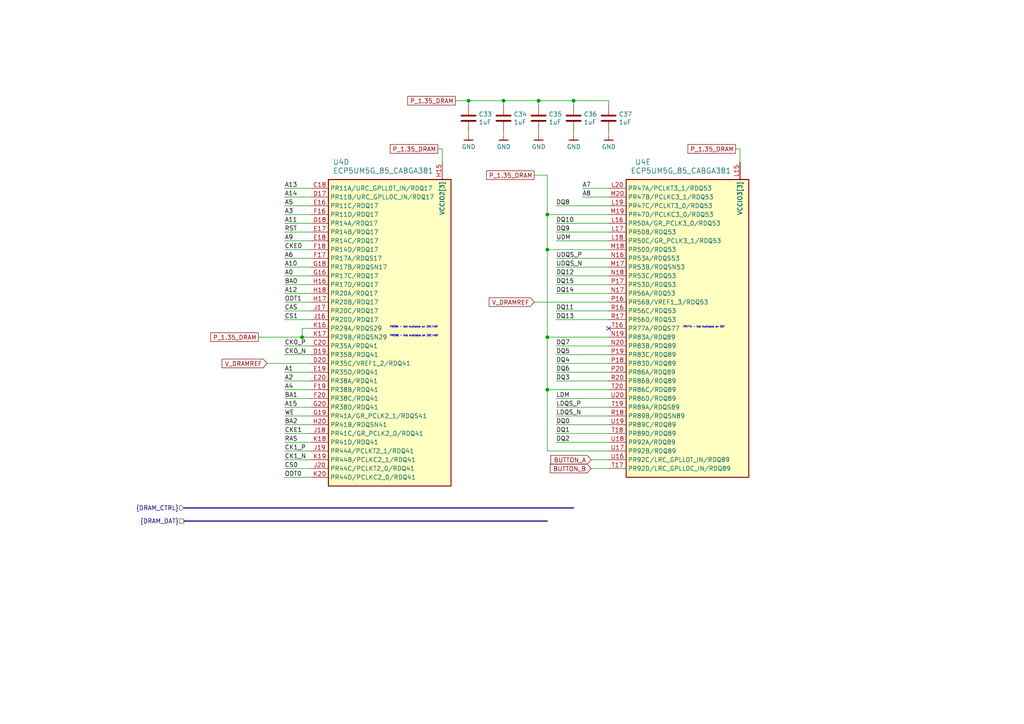
<source format=kicad_sch>
(kicad_sch (version 20200618) (host eeschema "5.99.0-unknown-73168a9~101~ubuntu18.04.1")
  (page 1 18)
  (paper "A4")
  (lib_symbols
    (symbol "Device:C" (pin_numbers hide) (pin_names (offset 0.254))
      (property "Reference" "C" (at 0.635 2.54 0))
      (property "Value" "C" (at 0.635 -2.54 0))
      (symbol "C_0_1"
        (polyline (pts (xy -2.032 -0.762) (xy 2.032 -0.762)) (stroke (width 0.508)))
        (polyline (pts (xy -2.032 0.762) (xy 2.032 0.762)) (stroke (width 0.508)))
      )
      (symbol "C_1_1"
        (pin passive line (at 0 3.81 270) (length 2.794) (name "~") (number "1"))
        (pin passive line (at 0 -3.81 90) (length 2.794) (name "~") (number "2"))
      )
    )
    (symbol "gkl_lattice:ECP5UM5G_85_CABGA381"
      (property "Reference" "U" (at 3.81 6.35 0))
      (property "Value" "ECP5UM5G_85_CABGA381" (at 3.81 3.81 0))
      (symbol "ECP5UM5G_85_CABGA381_1_1"
        (rectangle (start 5.08 16.51) (end 43.18 -11.43) (stroke (width 0.3048)) (fill (type background)))
        (pin power_in line (at 40.64 -16.51 90) (length 5.08) (name "GND[85]") (number "B14"))
        (pin power_in line (at 40.64 -16.51 90) (length 5.08) (name "GND[85]") (number "B7"))
        (pin power_in line (at 40.64 -16.51 90) (length 5.08) (name "GND[85]") (number "C19"))
        (pin power_in line (at 40.64 -16.51 90) (length 5.08) (name "GND[85]") (number "D4"))
        (pin power_in line (at 40.64 -16.51 90) (length 5.08) (name "GND[85]") (number "F13"))
        (pin power_in line (at 40.64 -16.51 90) (length 5.08) (name "GND[85]") (number "F14"))
        (pin power_in line (at 17.78 21.59 270) (length 5.08) (name "VCCAUX[4]") (number "F15"))
        (pin power_in line (at 17.78 21.59 270) (length 5.08) (name "VCCAUX[4]") (number "F6"))
        (pin power_in line (at 40.64 -16.51 90) (length 5.08) (name "GND[85]") (number "F7"))
        (pin power_in line (at 40.64 -16.51 90) (length 5.08) (name "GND[85]") (number "F8"))
        (pin power_in line (at 40.64 -16.51 90) (length 5.08) (name "GND[85]") (number "G10"))
        (pin power_in line (at 40.64 -16.51 90) (length 5.08) (name "GND[85]") (number "G11"))
        (pin power_in line (at 40.64 -16.51 90) (length 5.08) (name "GND[85]") (number "G12"))
        (pin power_in line (at 40.64 -16.51 90) (length 5.08) (name "GND[85]") (number "G13"))
        (pin power_in line (at 40.64 -16.51 90) (length 5.08) (name "GND[85]") (number "G14"))
        (pin power_in line (at 40.64 -16.51 90) (length 5.08) (name "GND[85]") (number "G15"))
        (pin power_in line (at 40.64 -16.51 90) (length 5.08) (name "GND[85]") (number "G17"))
        (pin power_in line (at 40.64 -16.51 90) (length 5.08) (name "GND[85]") (number "G4"))
        (pin power_in line (at 40.64 -16.51 90) (length 5.08) (name "GND[85]") (number "G6"))
        (pin power_in line (at 40.64 -16.51 90) (length 5.08) (name "GND[85]") (number "G7"))
        (pin power_in line (at 40.64 -16.51 90) (length 5.08) (name "GND[85]") (number "G8"))
        (pin power_in line (at 40.64 -16.51 90) (length 5.08) (name "GND[85]") (number "G9"))
        (pin power_in line (at 40.64 21.59 270) (length 5.08) (name "VCC[20]") (number "H10"))
        (pin power_in line (at 40.64 21.59 270) (length 5.08) (name "VCC[20]") (number "H11"))
        (pin power_in line (at 40.64 21.59 270) (length 5.08) (name "VCC[20]") (number "H12"))
        (pin power_in line (at 40.64 21.59 270) (length 5.08) (name "VCC[20]") (number "H13"))
        (pin power_in line (at 40.64 -16.51 90) (length 5.08) (name "GND[85]") (number "H19"))
        (pin power_in line (at 40.64 21.59 270) (length 5.08) (name "VCC[20]") (number "H8"))
        (pin power_in line (at 40.64 21.59 270) (length 5.08) (name "VCC[20]") (number "H9"))
        (pin power_in line (at 40.64 -16.51 90) (length 5.08) (name "GND[85]") (number "J10"))
        (pin power_in line (at 40.64 -16.51 90) (length 5.08) (name "GND[85]") (number "J11"))
        (pin power_in line (at 40.64 -16.51 90) (length 5.08) (name "GND[85]") (number "J12"))
        (pin power_in line (at 40.64 21.59 270) (length 5.08) (name "VCC[20]") (number "J13"))
        (pin power_in line (at 40.64 -16.51 90) (length 5.08) (name "GND[85]") (number "J14"))
        (pin power_in line (at 40.64 -16.51 90) (length 5.08) (name "GND[85]") (number "J2"))
        (pin power_in line (at 40.64 -16.51 90) (length 5.08) (name "GND[85]") (number "J7"))
        (pin power_in line (at 40.64 21.59 270) (length 5.08) (name "VCC[20]") (number "J8"))
        (pin power_in line (at 40.64 -16.51 90) (length 5.08) (name "GND[85]") (number "J9"))
        (pin power_in line (at 40.64 -16.51 90) (length 5.08) (name "GND[85]") (number "K10"))
        (pin power_in line (at 40.64 -16.51 90) (length 5.08) (name "GND[85]") (number "K11"))
        (pin power_in line (at 40.64 -16.51 90) (length 5.08) (name "GND[85]") (number "K12"))
        (pin power_in line (at 40.64 21.59 270) (length 5.08) (name "VCC[20]") (number "K13"))
        (pin power_in line (at 40.64 -16.51 90) (length 5.08) (name "GND[85]") (number "K14"))
        (pin power_in line (at 40.64 -16.51 90) (length 5.08) (name "GND[85]") (number "K15"))
        (pin power_in line (at 40.64 -16.51 90) (length 5.08) (name "GND[85]") (number "K6"))
        (pin power_in line (at 40.64 -16.51 90) (length 5.08) (name "GND[85]") (number "K7"))
        (pin power_in line (at 40.64 21.59 270) (length 5.08) (name "VCC[20]") (number "K8"))
        (pin power_in line (at 40.64 -16.51 90) (length 5.08) (name "GND[85]") (number "K9"))
        (pin power_in line (at 40.64 -16.51 90) (length 5.08) (name "GND[85]") (number "L10"))
        (pin power_in line (at 40.64 -16.51 90) (length 5.08) (name "GND[85]") (number "L11"))
        (pin power_in line (at 40.64 -16.51 90) (length 5.08) (name "GND[85]") (number "L12"))
        (pin power_in line (at 40.64 21.59 270) (length 5.08) (name "VCC[20]") (number "L13"))
        (pin power_in line (at 40.64 21.59 270) (length 5.08) (name "VCC[20]") (number "L8"))
        (pin power_in line (at 40.64 -16.51 90) (length 5.08) (name "GND[85]") (number "L9"))
        (pin power_in line (at 40.64 -16.51 90) (length 5.08) (name "GND[85]") (number "M10"))
        (pin power_in line (at 40.64 -16.51 90) (length 5.08) (name "GND[85]") (number "M11"))
        (pin power_in line (at 40.64 -16.51 90) (length 5.08) (name "GND[85]") (number "M12"))
        (pin power_in line (at 40.64 21.59 270) (length 5.08) (name "VCC[20]") (number "M13"))
        (pin power_in line (at 40.64 -16.51 90) (length 5.08) (name "GND[85]") (number "M14"))
        (pin power_in line (at 40.64 -16.51 90) (length 5.08) (name "GND[85]") (number "M16"))
        (pin power_in line (at 40.64 -16.51 90) (length 5.08) (name "GND[85]") (number "M2"))
        (pin power_in line (at 40.64 -16.51 90) (length 5.08) (name "GND[85]") (number "M7"))
        (pin power_in line (at 40.64 21.59 270) (length 5.08) (name "VCC[20]") (number "M8"))
        (pin power_in line (at 40.64 -16.51 90) (length 5.08) (name "GND[85]") (number "M9"))
        (pin power_in line (at 40.64 21.59 270) (length 5.08) (name "VCC[20]") (number "N10"))
        (pin power_in line (at 40.64 21.59 270) (length 5.08) (name "VCC[20]") (number "N11"))
        (pin power_in line (at 40.64 21.59 270) (length 5.08) (name "VCC[20]") (number "N12"))
        (pin power_in line (at 40.64 21.59 270) (length 5.08) (name "VCC[20]") (number "N13"))
        (pin power_in line (at 40.64 -16.51 90) (length 5.08) (name "GND[85]") (number "N14"))
        (pin power_in line (at 40.64 -16.51 90) (length 5.08) (name "GND[85]") (number "N15"))
        (pin power_in line (at 40.64 -16.51 90) (length 5.08) (name "GND[85]") (number "N6"))
        (pin power_in line (at 40.64 -16.51 90) (length 5.08) (name "GND[85]") (number "N7"))
        (pin power_in line (at 40.64 21.59 270) (length 5.08) (name "VCC[20]") (number "N8"))
        (pin power_in line (at 40.64 21.59 270) (length 5.08) (name "VCC[20]") (number "N9"))
        (pin power_in line (at 40.64 -16.51 90) (length 5.08) (name "GND[85]") (number "P11"))
        (pin power_in line (at 40.64 -16.51 90) (length 5.08) (name "GND[85]") (number "P12"))
        (pin power_in line (at 40.64 -16.51 90) (length 5.08) (name "GND[85]") (number "P13"))
        (pin power_in line (at 40.64 -16.51 90) (length 5.08) (name "GND[85]") (number "P14"))
        (pin power_in line (at 17.78 21.59 270) (length 5.08) (name "VCCAUX[4]") (number "P15"))
        (pin power_in line (at 17.78 21.59 270) (length 5.08) (name "VCCAUX[4]") (number "P6"))
        (pin power_in line (at 40.64 -16.51 90) (length 5.08) (name "GND[85]") (number "P7"))
        (pin power_in line (at 40.64 -16.51 90) (length 5.08) (name "GND[85]") (number "P8"))
        (pin power_in line (at 40.64 -16.51 90) (length 5.08) (name "GND[85]") (number "R19"))
        (pin power_in line (at 35.56 21.59 270) (length 5.08) (name "VCCHTX1_D0CH1") (number "T10"))
        (pin power_in line (at 33.02 21.59 270) (length 5.08) (name "VCCHTX0_D1CH0") (number "T11"))
        (pin power_in line (at 22.86 21.59 270) (length 5.08) (name "VCCHRX0_D1CH0") (number "T12"))
        (pin power_in line (at 27.94 21.59 270) (length 5.08) (name "VCCHRX1_D1CH1") (number "T13"))
        (pin power_in line (at 38.1 21.59 270) (length 5.08) (name "VCCHTX1_D1CH1") (number "T14"))
        (pin power_in line (at 10.16 21.59 270) (length 5.08) (name "VCCA1[2]") (number "T15"))
        (pin power_in line (at 7.62 21.59 270) (length 5.08) (name "VCCA0[2]") (number "T6"))
        (pin power_in line (at 30.48 21.59 270) (length 5.08) (name "VCCHTX0_D0CH0") (number "T7"))
        (pin power_in line (at 20.32 21.59 270) (length 5.08) (name "VCCHRX0_D0CH0") (number "T8"))
        (pin power_in line (at 25.4 21.59 270) (length 5.08) (name "VCCHRX1_D0CH1") (number "T9"))
        (pin power_in line (at 40.64 -16.51 90) (length 5.08) (name "GND[85]") (number "U10"))
        (pin power_in line (at 40.64 -16.51 90) (length 5.08) (name "GND[85]") (number "U11"))
        (pin power_in line (at 40.64 -16.51 90) (length 5.08) (name "GND[85]") (number "U12"))
        (pin power_in line (at 40.64 -16.51 90) (length 5.08) (name "GND[85]") (number "U13"))
        (pin power_in line (at 40.64 -16.51 90) (length 5.08) (name "GND[85]") (number "U14"))
        (pin power_in line (at 10.16 21.59 270) (length 5.08) (name "VCCA1[2]") (number "U15"))
        (pin power_in line (at 7.62 21.59 270) (length 5.08) (name "VCCA0[2]") (number "U6"))
        (pin power_in line (at 40.64 -16.51 90) (length 5.08) (name "GND[85]") (number "U7"))
        (pin power_in line (at 40.64 -16.51 90) (length 5.08) (name "GND[85]") (number "U8"))
        (pin power_in line (at 40.64 -16.51 90) (length 5.08) (name "GND[85]") (number "U9"))
        (pin power_in line (at 12.7 21.59 270) (length 5.08) (name "VCCAUXA0[2]") (number "V10"))
        (pin power_in line (at 12.7 21.59 270) (length 5.08) (name "VCCAUXA0[2]") (number "V11"))
        (pin power_in line (at 40.64 -16.51 90) (length 5.08) (name "GND[85]") (number "V12"))
        (pin power_in line (at 40.64 -16.51 90) (length 5.08) (name "GND[85]") (number "V13"))
        (pin power_in line (at 40.64 -16.51 90) (length 5.08) (name "GND[85]") (number "V14"))
        (pin power_in line (at 40.64 -16.51 90) (length 5.08) (name "GND[85]") (number "V15"))
        (pin power_in line (at 40.64 -16.51 90) (length 5.08) (name "GND[85]") (number "V16"))
        (pin power_in line (at 15.24 21.59 270) (length 5.08) (name "VCCAUXA1[2]") (number "V17"))
        (pin power_in line (at 15.24 21.59 270) (length 5.08) (name "VCCAUXA1[2]") (number "V18"))
        (pin power_in line (at 40.64 -16.51 90) (length 5.08) (name "GND[85]") (number "V19"))
        (pin power_in line (at 40.64 -16.51 90) (length 5.08) (name "GND[85]") (number "V20"))
        (pin power_in line (at 40.64 -16.51 90) (length 5.08) (name "GND[85]") (number "V5"))
        (pin power_in line (at 40.64 -16.51 90) (length 5.08) (name "GND[85]") (number "V6"))
        (pin power_in line (at 40.64 -16.51 90) (length 5.08) (name "GND[85]") (number "V7"))
        (pin power_in line (at 40.64 -16.51 90) (length 5.08) (name "GND[85]") (number "V8"))
        (pin power_in line (at 40.64 -16.51 90) (length 5.08) (name "GND[85]") (number "V9"))
        (pin bidirectional line (at 0 0 0) (length 5.08) (name "RESERVED") (number "W10"))
        (pin bidirectional line (at 0 -2.54 0) (length 5.08) (name "RESERVED") (number "W11"))
        (pin power_in line (at 40.64 -16.51 90) (length 5.08) (name "GND[85]") (number "W12"))
        (pin power_in line (at 40.64 -16.51 90) (length 5.08) (name "GND[85]") (number "W15"))
        (pin power_in line (at 40.64 -16.51 90) (length 5.08) (name "GND[85]") (number "W16"))
        (pin power_in line (at 40.64 -16.51 90) (length 5.08) (name "GND[85]") (number "W19"))
        (pin power_in line (at 40.64 -16.51 90) (length 5.08) (name "GND[85]") (number "W6"))
        (pin power_in line (at 40.64 -16.51 90) (length 5.08) (name "GND[85]") (number "W7"))
      )
      (symbol "ECP5UM5G_85_CABGA381_2_1"
        (rectangle (start 5.08 2.54) (end 40.64 -68.58) (stroke (width 0.3048)) (fill (type background)))
        (pin bidirectional line (at 0 -58.42 0) (length 5.08) (name "PT63A/PCLKT0_1") (number "A10"))
        (pin bidirectional line (at 0 -60.96 0) (length 5.08) (name "PT63B/PCLKC0_1") (number "A11"))
        (pin bidirectional line (at 0 0 0) (length 5.08) (name "PT4A/ULC_GPLL1T_IN") (number "A6"))
        (pin bidirectional line (at 0 -30.48 0) (length 5.08) (name "PT18A") (number "A7"))
        (pin bidirectional line (at 0 -33.02 0) (length 5.08) (name "PT18B") (number "A8"))
        (pin bidirectional line (at 0 -53.34 0) (length 5.08) (name "PT60A/GR_PCLK0_1") (number "A9"))
        (pin bidirectional line (at 0 -55.88 0) (length 5.08) (name "PT60B/GR_PCLK0_0") (number "B10"))
        (pin bidirectional line (at 0 -63.5 0) (length 5.08) (name "PT65A/PCLKT0_0") (number "B11"))
        (pin bidirectional line (at 0 -2.54 0) (length 5.08) (name "PT4B/ULC_GPLL1C_IN") (number "B6"))
        (pin bidirectional line (at 0 -27.94 0) (length 5.08) (name "PT15B") (number "B8"))
        (pin bidirectional line (at 0 -48.26 0) (length 5.08) (name "PT58A") (number "B9"))
        (pin bidirectional line (at 0 -50.8 0) (length 5.08) (name "PT58B") (number "C10"))
        (pin bidirectional line (at 0 -66.04 0) (length 5.08) (name "PT65B/PCLKC0_0") (number "C11"))
        (pin bidirectional line (at 0 -15.24 0) (length 5.08) (name "PT11A") (number "C6"))
        (pin bidirectional line (at 0 -17.78 0) (length 5.08) (name "PT11B") (number "C7"))
        (pin bidirectional line (at 0 -25.4 0) (length 5.08) (name "PT15A") (number "C8"))
        (pin bidirectional line (at 0 -40.64 0) (length 5.08) (name "PT54A") (number "C9"))
        (pin bidirectional line (at 0 -43.18 0) (length 5.08) (name "PT56A") (number "D10"))
        (pin bidirectional line (at 0 -7.62 0) (length 5.08) (name "PT6B") (number "D6"))
        (pin bidirectional line (at 0 -12.7 0) (length 5.08) (name "PT9B") (number "D7"))
        (pin bidirectional line (at 0 -22.86 0) (length 5.08) (name "PT13B") (number "D8"))
        (pin bidirectional line (at 0 -35.56 0) (length 5.08) (name "PT20A") (number "D9"))
        (pin bidirectional line (at 0 -45.72 0) (length 5.08) (name "PT56B") (number "E10"))
        (pin bidirectional line (at 0 -5.08 0) (length 5.08) (name "PT6A") (number "E6"))
        (pin bidirectional line (at 0 -10.16 0) (length 5.08) (name "PT9A") (number "E7"))
        (pin bidirectional line (at 0 -20.32 0) (length 5.08) (name "PT13A") (number "E8"))
        (pin bidirectional line (at 0 -38.1 0) (length 5.08) (name "PT20B") (number "E9"))
        (pin power_in line (at 38.1 7.62 270) (length 5.08) (name "VCCIO0[2]") (number "F10"))
        (pin power_in line (at 38.1 7.62 270) (length 5.08) (name "VCCIO0[2]") (number "F9"))
      )
      (symbol "ECP5UM5G_85_CABGA381_3_1"
        (rectangle (start 5.08 2.54) (end 40.64 -83.82) (stroke (width 0.3048)) (fill (type background)))
        (pin bidirectional line (at 0 -15.24 0) (length 5.08) (name "PT76A") (number "A12"))
        (pin bidirectional line (at 0 -17.78 0) (length 5.08) (name "PT76B") (number "A13"))
        (pin bidirectional line (at 0 -30.48 0) (length 5.08) (name "PT83A") (number "A14"))
        (pin bidirectional line (at 0 -40.64 0) (length 5.08) (name "PT103A") (number "A15"))
        (pin bidirectional line (at 0 -53.34 0) (length 5.08) (name "PT110A") (number "A16"))
        (pin bidirectional line (at 0 -68.58 0) (length 5.08) (name "PT116A") (number "A17"))
        (pin bidirectional line (at 0 -73.66 0) (length 5.08) (name "PT119A") (number "A18"))
        (pin bidirectional line (at 0 -78.74 0) (length 5.08) (name "PT121A/URC_GPLL1T_IN") (number "A19"))
        (pin bidirectional line (at 0 -5.08 0) (length 5.08) (name "PT71A/PCLKT1_0") (number "B12"))
        (pin bidirectional line (at 0 -20.32 0) (length 5.08) (name "PT78A") (number "B13"))
        (pin bidirectional line (at 0 -43.18 0) (length 5.08) (name "PT105A") (number "B15"))
        (pin bidirectional line (at 0 -55.88 0) (length 5.08) (name "PT110B") (number "B16"))
        (pin bidirectional line (at 0 -63.5 0) (length 5.08) (name "PT114A") (number "B17"))
        (pin bidirectional line (at 0 -71.12 0) (length 5.08) (name "PT116B") (number "B18"))
        (pin bidirectional line (at 0 -76.2 0) (length 5.08) (name "PT119B") (number "B19"))
        (pin bidirectional line (at 0 -81.28 0) (length 5.08) (name "PT121B/URC_GPLL1C_IN") (number "B20"))
        (pin bidirectional line (at 0 -7.62 0) (length 5.08) (name "PT71B/PCLKC1_0") (number "C12"))
        (pin bidirectional line (at 0 -22.86 0) (length 5.08) (name "PT78B") (number "C13"))
        (pin bidirectional line (at 0 -33.02 0) (length 5.08) (name "PT83B") (number "C14"))
        (pin bidirectional line (at 0 -45.72 0) (length 5.08) (name "PT105B") (number "C15"))
        (pin bidirectional line (at 0 -58.42 0) (length 5.08) (name "PT112A") (number "C16"))
        (pin bidirectional line (at 0 -66.04 0) (length 5.08) (name "PT114B") (number "C17"))
        (pin bidirectional line (at 0 0 0) (length 5.08) (name "PT69A/PCLKT1_1") (number "D11"))
        (pin bidirectional line (at 0 -10.16 0) (length 5.08) (name "PT74A/GR_PCLK1_0") (number "D12"))
        (pin bidirectional line (at 0 -25.4 0) (length 5.08) (name "PT80A") (number "D13"))
        (pin bidirectional line (at 0 -35.56 0) (length 5.08) (name "PT85A") (number "D14"))
        (pin bidirectional line (at 0 -48.26 0) (length 5.08) (name "PT107A") (number "D15"))
        (pin bidirectional line (at 0 -60.96 0) (length 5.08) (name "PT112B") (number "D16"))
        (pin bidirectional line (at 0 -2.54 0) (length 5.08) (name "PT69B/PCLKC1_1") (number "E11"))
        (pin bidirectional line (at 0 -12.7 0) (length 5.08) (name "PT74B/GR_PCLK1_1") (number "E12"))
        (pin bidirectional line (at 0 -27.94 0) (length 5.08) (name "PT80B") (number "E13"))
        (pin bidirectional line (at 0 -38.1 0) (length 5.08) (name "PT85B") (number "E14"))
        (pin bidirectional line (at 0 -50.8 0) (length 5.08) (name "PT107B") (number "E15"))
        (pin power_in line (at 38.1 7.62 270) (length 5.08) (name "VCCIO1[2]") (number "F11"))
        (pin power_in line (at 38.1 7.62 270) (length 5.08) (name "VCCIO1[2]") (number "F12"))
      )
      (symbol "ECP5UM5G_85_CABGA381_4_1"
        (rectangle (start 5.08 2.54) (end 40.64 -86.36) (stroke (width 0.3048)) (fill (type background)))
        (pin bidirectional line (at 0 0 0) (length 5.08) (name "PR11A/URC_GPLL0T_IN/RDQ17") (number "C18"))
        (pin bidirectional line (at 0 -45.72 0) (length 5.08) (name "PR35A/RDQ41") (number "C20"))
        (pin bidirectional line (at 0 -2.54 0) (length 5.08) (name "PR11B/URC_GPLL0C_IN/RDQ17") (number "D17"))
        (pin bidirectional line (at 0 -10.16 0) (length 5.08) (name "PR14A/RDQ17") (number "D18"))
        (pin bidirectional line (at 0 -48.26 0) (length 5.08) (name "PR35B/RDQ41") (number "D19"))
        (pin bidirectional line (at 0 -50.8 0) (length 5.08) (name "PR35C/VREF1_2/RDQ41") (number "D20"))
        (pin bidirectional line (at 0 -5.08 0) (length 5.08) (name "PR11C/RDQ17") (number "E16"))
        (pin bidirectional line (at 0 -12.7 0) (length 5.08) (name "PR14B/RDQ17") (number "E17"))
        (pin bidirectional line (at 0 -15.24 0) (length 5.08) (name "PR14C/RDQ17") (number "E18"))
        (pin bidirectional line (at 0 -53.34 0) (length 5.08) (name "PR35D/RDQ41") (number "E19"))
        (pin bidirectional line (at 0 -55.88 0) (length 5.08) (name "PR38A/RDQ41") (number "E20"))
        (pin bidirectional line (at 0 -7.62 0) (length 5.08) (name "PR11D/RDQ17") (number "F16"))
        (pin bidirectional line (at 0 -20.32 0) (length 5.08) (name "PR17A/RDQS17") (number "F17"))
        (pin bidirectional line (at 0 -17.78 0) (length 5.08) (name "PR14D/RDQ17") (number "F18"))
        (pin bidirectional line (at 0 -58.42 0) (length 5.08) (name "PR38B/RDQ41") (number "F19"))
        (pin bidirectional line (at 0 -60.96 0) (length 5.08) (name "PR38C/RDQ41") (number "F20"))
        (pin bidirectional line (at 0 -25.4 0) (length 5.08) (name "PR17C/RDQ17") (number "G16"))
        (pin bidirectional line (at 0 -22.86 0) (length 5.08) (name "PR17B/RDQSN17") (number "G18"))
        (pin bidirectional line (at 0 -66.04 0) (length 5.08) (name "PR41A/GR_PCLK2_1/RDQS41") (number "G19"))
        (pin bidirectional line (at 0 -63.5 0) (length 5.08) (name "PR38D/RDQ41") (number "G20"))
        (pin power_in line (at 38.1 7.62 270) (length 5.08) (name "VCCIO2[3]") (number "H14"))
        (pin power_in line (at 38.1 7.62 270) (length 5.08) (name "VCCIO2[3]") (number "H15"))
        (pin bidirectional line (at 0 -27.94 0) (length 5.08) (name "PR17D/RDQ17") (number "H16"))
        (pin bidirectional line (at 0 -33.02 0) (length 5.08) (name "PR20B/RDQ17") (number "H17"))
        (pin bidirectional line (at 0 -30.48 0) (length 5.08) (name "PR20A/RDQ17") (number "H18"))
        (pin bidirectional line (at 0 -68.58 0) (length 5.08) (name "PR41B/RDQSN41") (number "H20"))
        (pin power_in line (at 38.1 7.62 270) (length 5.08) (name "VCCIO2[3]") (number "J15"))
        (pin bidirectional line (at 0 -38.1 0) (length 5.08) (name "PR20D/RDQ17") (number "J16"))
        (pin bidirectional line (at 0 -35.56 0) (length 5.08) (name "PR20C/RDQ17") (number "J17"))
        (pin bidirectional line (at 0 -71.12 0) (length 5.08) (name "PR41C/GR_PCLK2_0/RDQ41") (number "J18"))
        (pin bidirectional line (at 0 -76.2 0) (length 5.08) (name "PR44A/PCLKT2_1/RDQ41") (number "J19"))
        (pin bidirectional line (at 0 -81.28 0) (length 5.08) (name "PR44C/PCLKT2_0/RDQ41") (number "J20"))
        (pin bidirectional line (at 0 -40.64 0) (length 5.08) (name "PR29A/RDQS29") (number "K16"))
        (pin bidirectional line (at 0 -43.18 0) (length 5.08) (name "PR29B/RDQSN29") (number "K17"))
        (pin bidirectional line (at 0 -73.66 0) (length 5.08) (name "PR41D/RDQ41") (number "K18"))
        (pin bidirectional line (at 0 -78.74 0) (length 5.08) (name "PR44B/PCLKC2_1/RDQ41") (number "K19"))
        (pin bidirectional line (at 0 -83.82 0) (length 5.08) (name "PR44D/PCLKC2_0/RDQ41") (number "K20"))
      )
      (symbol "ECP5UM5G_85_CABGA381_5_1"
        (rectangle (start 5.08 2.54) (end 40.64 -83.82) (stroke (width 0.3048)) (fill (type background)))
        (pin power_in line (at 38.1 7.62 270) (length 5.08) (name "VCCIO3[3]") (number "L14"))
        (pin power_in line (at 38.1 7.62 270) (length 5.08) (name "VCCIO3[3]") (number "L15"))
        (pin bidirectional line (at 0 -10.16 0) (length 5.08) (name "PR50A/GR_PCLK3_0/RDQ53") (number "L16"))
        (pin bidirectional line (at 0 -12.7 0) (length 5.08) (name "PR50B/RDQ53") (number "L17"))
        (pin bidirectional line (at 0 -15.24 0) (length 5.08) (name "PR50C/GR_PCLK3_1/RDQ53") (number "L18"))
        (pin bidirectional line (at 0 -5.08 0) (length 5.08) (name "PR47C/PCLKT3_0/RDQ53") (number "L19"))
        (pin bidirectional line (at 0 0 0) (length 5.08) (name "PR47A/PCLKT3_1/RDQ53") (number "L20"))
        (pin power_in line (at 38.1 7.62 270) (length 5.08) (name "VCCIO3[3]") (number "M15"))
        (pin bidirectional line (at 0 -22.86 0) (length 5.08) (name "PR53B/RDQSN53") (number "M17"))
        (pin bidirectional line (at 0 -17.78 0) (length 5.08) (name "PR50D/RDQ53") (number "M18"))
        (pin bidirectional line (at 0 -7.62 0) (length 5.08) (name "PR47D/PCLKC3_0/RDQ53") (number "M19"))
        (pin bidirectional line (at 0 -2.54 0) (length 5.08) (name "PR47B/PCLKC3_1/RDQ53") (number "M20"))
        (pin bidirectional line (at 0 -20.32 0) (length 5.08) (name "PR53A/RDQS53") (number "N16"))
        (pin bidirectional line (at 0 -30.48 0) (length 5.08) (name "PR56A/RDQ53") (number "N17"))
        (pin bidirectional line (at 0 -25.4 0) (length 5.08) (name "PR53C/RDQ53") (number "N18"))
        (pin bidirectional line (at 0 -43.18 0) (length 5.08) (name "PR83A/RDQ89") (number "N19"))
        (pin bidirectional line (at 0 -45.72 0) (length 5.08) (name "PR83B/RDQ89") (number "N20"))
        (pin bidirectional line (at 0 -33.02 0) (length 5.08) (name "PR56B/VREF1_3/RDQ53") (number "P16"))
        (pin bidirectional line (at 0 -27.94 0) (length 5.08) (name "PR53D/RDQ53") (number "P17"))
        (pin bidirectional line (at 0 -50.8 0) (length 5.08) (name "PR83D/RDQ89") (number "P18"))
        (pin bidirectional line (at 0 -48.26 0) (length 5.08) (name "PR83C/RDQ89") (number "P19"))
        (pin bidirectional line (at 0 -53.34 0) (length 5.08) (name "PR86A/RDQ89") (number "P20"))
        (pin bidirectional line (at 0 -35.56 0) (length 5.08) (name "PR56C/RDQ53") (number "R16"))
        (pin bidirectional line (at 0 -38.1 0) (length 5.08) (name "PR56D/RDQ53") (number "R17"))
        (pin bidirectional line (at 0 -66.04 0) (length 5.08) (name "PR89B/RDQSN89") (number "R18"))
        (pin bidirectional line (at 0 -55.88 0) (length 5.08) (name "PR86B/RDQ89") (number "R20"))
        (pin bidirectional line (at 0 -40.64 0) (length 5.08) (name "PR77A/RDQS77") (number "T16"))
        (pin bidirectional line (at 0 -81.28 0) (length 5.08) (name "PR92D/LRC_GPLL0C_IN/RDQ89") (number "T17"))
        (pin bidirectional line (at 0 -71.12 0) (length 5.08) (name "PR89D/RDQ89") (number "T18"))
        (pin bidirectional line (at 0 -63.5 0) (length 5.08) (name "PR89A/RDQS89") (number "T19"))
        (pin bidirectional line (at 0 -58.42 0) (length 5.08) (name "PR86C/RDQ89") (number "T20"))
        (pin bidirectional line (at 0 -78.74 0) (length 5.08) (name "PR92C/LRC_GPLL0T_IN/RDQ89") (number "U16"))
        (pin bidirectional line (at 0 -76.2 0) (length 5.08) (name "PR92B/RDQ89") (number "U17"))
        (pin bidirectional line (at 0 -73.66 0) (length 5.08) (name "PR92A/RDQ89") (number "U18"))
        (pin bidirectional line (at 0 -68.58 0) (length 5.08) (name "PR89C/RDQ89") (number "U19"))
        (pin bidirectional line (at 0 -60.96 0) (length 5.08) (name "PR86D/RDQ89") (number "U20"))
      )
      (symbol "ECP5UM5G_85_CABGA381_6_1"
        (rectangle (start 5.08 2.54) (end 40.64 -83.82) (stroke (width 0.3048)) (fill (type background)))
        (pin bidirectional line (at 0 -2.54 0) (length 5.08) (name "PL47B/PCLKC6_1/LDQ53") (number "F1"))
        (pin bidirectional line (at 0 -7.62 0) (length 5.08) (name "PL47D/PCLKC6_0/LDQ53") (number "G1"))
        (pin bidirectional line (at 0 0 0) (length 5.08) (name "PL47A/PCLKT6_1/LDQ53") (number "G2"))
        (pin bidirectional line (at 0 -25.4 0) (length 5.08) (name "PL53C/LDQ53") (number "H1"))
        (pin bidirectional line (at 0 -5.08 0) (length 5.08) (name "PL47C/PCLKT6_0/LDQ53") (number "H2"))
        (pin bidirectional line (at 0 -22.86 0) (length 5.08) (name "PL53B/LDQSN53") (number "J1"))
        (pin bidirectional line (at 0 -15.24 0) (length 5.08) (name "PL50C/GR_PCLK6_1/LDQ53") (number "J3"))
        (pin bidirectional line (at 0 -10.16 0) (length 5.08) (name "PL50A/GR_PCLK6_0/LDQ53") (number "J4"))
        (pin bidirectional line (at 0 -12.7 0) (length 5.08) (name "PL50B/LDQ53") (number "J5"))
        (pin bidirectional line (at 0 -27.94 0) (length 5.08) (name "PL53D/LDQ53") (number "K1"))
        (pin bidirectional line (at 0 -20.32 0) (length 5.08) (name "PL53A/LDQS53") (number "K2"))
        (pin bidirectional line (at 0 -17.78 0) (length 5.08) (name "PL50D/LDQ53") (number "K3"))
        (pin bidirectional line (at 0 -30.48 0) (length 5.08) (name "PL56A/LDQ53") (number "K4"))
        (pin bidirectional line (at 0 -33.02 0) (length 5.08) (name "PL56B/VREF1_6/LDQ53") (number "K5"))
        (pin bidirectional line (at 0 -68.58 0) (length 5.08) (name "PL89C/LDQ89") (number "L1"))
        (pin bidirectional line (at 0 -60.96 0) (length 5.08) (name "PL86D/LDQ89") (number "L2"))
        (pin bidirectional line (at 0 -58.42 0) (length 5.08) (name "PL86C/LDQ89") (number "L3"))
        (pin bidirectional line (at 0 -35.56 0) (length 5.08) (name "PL56C/LDQ53") (number "L4"))
        (pin bidirectional line (at 0 -38.1 0) (length 5.08) (name "PL56D/LDQ53") (number "L5"))
        (pin power_in line (at 38.1 7.62 270) (length 5.08) (name "VCCIO6[3]") (number "L6"))
        (pin power_in line (at 38.1 7.62 270) (length 5.08) (name "VCCIO6[3]") (number "L7"))
        (pin bidirectional line (at 0 -66.04 0) (length 5.08) (name "PL89B/LDQSN89") (number "M1"))
        (pin bidirectional line (at 0 -55.88 0) (length 5.08) (name "PL86B/LDQ89") (number "M3"))
        (pin bidirectional line (at 0 -43.18 0) (length 5.08) (name "PL83A/LDQ89") (number "M4"))
        (pin bidirectional line (at 0 -40.64 0) (length 5.08) (name "PL77A/LDQS77") (number "M5"))
        (pin power_in line (at 38.1 7.62 270) (length 5.08) (name "VCCIO6[3]") (number "M6"))
        (pin bidirectional line (at 0 -71.12 0) (length 5.08) (name "PL89D/LDQ89") (number "N1"))
        (pin bidirectional line (at 0 -63.5 0) (length 5.08) (name "PL89A/LDQS89") (number "N2"))
        (pin bidirectional line (at 0 -53.34 0) (length 5.08) (name "PL86A/LDQ89") (number "N3"))
        (pin bidirectional line (at 0 -48.26 0) (length 5.08) (name "PL83C/LDQ89") (number "N4"))
        (pin bidirectional line (at 0 -45.72 0) (length 5.08) (name "PL83B/LDQ89") (number "N5"))
        (pin bidirectional line (at 0 -73.66 0) (length 5.08) (name "PL92A/LDQ89") (number "P1"))
        (pin bidirectional line (at 0 -76.2 0) (length 5.08) (name "PL92B/LDQ89") (number "P2"))
        (pin bidirectional line (at 0 -78.74 0) (length 5.08) (name "PL92C/LLC_GPLL0T_IN/LDQ89") (number "P3"))
        (pin bidirectional line (at 0 -81.28 0) (length 5.08) (name "PL92D/LLC_GPLL0C_IN/LDQ89") (number "P4"))
        (pin bidirectional line (at 0 -50.8 0) (length 5.08) (name "PL83D/LDQ89") (number "P5"))
      )
      (symbol "ECP5UM5G_85_CABGA381_7_1"
        (rectangle (start 5.08 2.54) (end 40.64 -81.28) (stroke (width 0.3048)) (fill (type background)))
        (pin bidirectional line (at 0 -40.64 0) (length 5.08) (name "PL35A/LDQ41") (number "A2"))
        (pin bidirectional line (at 0 -15.24 0) (length 5.08) (name "PL14C/LDQ17") (number "A3"))
        (pin bidirectional line (at 0 0 0) (length 5.08) (name "PL11A/ULC_GPLL0T_IN/LDQ17") (number "A4"))
        (pin bidirectional line (at 0 -2.54 0) (length 5.08) (name "PL11B/ULC_GPLL0C_IN/LDQ17") (number "A5"))
        (pin bidirectional line (at 0 -43.18 0) (length 5.08) (name "PL35B/LDQ41") (number "B1"))
        (pin bidirectional line (at 0 -45.72 0) (length 5.08) (name "PL35C/VREF1_7/LDQ41") (number "B2"))
        (pin bidirectional line (at 0 -17.78 0) (length 5.08) (name "PL14D/LDQ17") (number "B3"))
        (pin bidirectional line (at 0 -12.7 0) (length 5.08) (name "PL14B/LDQ17") (number "B4"))
        (pin bidirectional line (at 0 -5.08 0) (length 5.08) (name "PL11C/LDQ17") (number "B5"))
        (pin bidirectional line (at 0 -50.8 0) (length 5.08) (name "PL38A/LDQ41") (number "C1"))
        (pin bidirectional line (at 0 -48.26 0) (length 5.08) (name "PL35D/LDQ41") (number "C2"))
        (pin bidirectional line (at 0 -25.4 0) (length 5.08) (name "PL17C/LDQ17") (number "C3"))
        (pin bidirectional line (at 0 -10.16 0) (length 5.08) (name "PL14A/LDQ17") (number "C4"))
        (pin bidirectional line (at 0 -7.62 0) (length 5.08) (name "PL11D/LDQ17") (number "C5"))
        (pin bidirectional line (at 0 -53.34 0) (length 5.08) (name "PL38B/LDQ41") (number "D1"))
        (pin bidirectional line (at 0 -55.88 0) (length 5.08) (name "PL38C/LDQ41") (number "D2"))
        (pin bidirectional line (at 0 -27.94 0) (length 5.08) (name "PL17D/LDQ17") (number "D3"))
        (pin bidirectional line (at 0 -22.86 0) (length 5.08) (name "PL17B/LDQSN17") (number "D5"))
        (pin bidirectional line (at 0 -58.42 0) (length 5.08) (name "PL38D/LDQ41") (number "E1"))
        (pin bidirectional line (at 0 -78.74 0) (length 5.08) (name "PL44D/PCLKC7_0/LDQ41") (number "E2"))
        (pin bidirectional line (at 0 -33.02 0) (length 5.08) (name "PL20B/LDQ17") (number "E3"))
        (pin bidirectional line (at 0 -20.32 0) (length 5.08) (name "PL17A/LDQS17") (number "E4"))
        (pin bidirectional line (at 0 -35.56 0) (length 5.08) (name "PL20C/LDQ17") (number "E5"))
        (pin bidirectional line (at 0 -76.2 0) (length 5.08) (name "PL44C/PCLKT7_0/LDQ41") (number "F2"))
        (pin bidirectional line (at 0 -73.66 0) (length 5.08) (name "PL44B/PCLKC7_1/LDQ41") (number "F3"))
        (pin bidirectional line (at 0 -30.48 0) (length 5.08) (name "PL20A/LDQ17") (number "F4"))
        (pin bidirectional line (at 0 -38.1 0) (length 5.08) (name "PL20D/LDQ17") (number "F5"))
        (pin bidirectional line (at 0 -71.12 0) (length 5.08) (name "PL44A/PCLKT7_1/LDQ41") (number "G3"))
        (pin bidirectional line (at 0 -63.5 0) (length 5.08) (name "PL41B/LDQSN41") (number "G5"))
        (pin bidirectional line (at 0 -68.58 0) (length 5.08) (name "PL41D/LDQ41") (number "H3"))
        (pin bidirectional line (at 0 -60.96 0) (length 5.08) (name "PL41A/GR_PCLK7_1/LDQS41") (number "H4"))
        (pin bidirectional line (at 0 -66.04 0) (length 5.08) (name "PL41C/GR_PCLK7_0/LDQ41") (number "H5"))
        (pin power_in line (at 38.1 7.62 270) (length 5.08) (name "VCCIO7[3]") (number "H6"))
        (pin power_in line (at 38.1 7.62 270) (length 5.08) (name "VCCIO7[3]") (number "H7"))
        (pin power_in line (at 38.1 7.62 270) (length 5.08) (name "VCCIO7[3]") (number "J6"))
      )
      (symbol "ECP5UM5G_85_CABGA381_8_1"
        (rectangle (start 5.08 2.54) (end 45.72 -50.8) (stroke (width 0.3048)) (fill (type background)))
        (pin power_in line (at 43.18 7.62 270) (length 5.08) (name "VCCIO8[2]") (number "P10"))
        (pin power_in line (at 43.18 7.62 270) (length 5.08) (name "VCCIO8[2]") (number "P9"))
        (pin bidirectional line (at 0 -15.24 0) (length 5.08) (name "PB4A/D7/IO7") (number "R1"))
        (pin bidirectional line (at 0 -40.64 0) (length 5.08) (name "PB15A/HOLDN/DI/BUSY/CSSPIN/CEN") (number "R2"))
        (pin bidirectional line (at 0 -43.18 0) (length 5.08) (name "PB15B/DOUT/CSON") (number "R3"))
        (pin bidirectional line (at 0 -7.62 0) (length 5.08) (name "CFG_2") (number "R4"))
        (pin bidirectional line (at 0 -17.78 0) (length 5.08) (name "PB4B/D6/IO6") (number "T1"))
        (pin bidirectional line (at 0 -35.56 0) (length 5.08) (name "PB13A/SN/CSN") (number "T2"))
        (pin bidirectional line (at 0 -45.72 0) (length 5.08) (name "PB18A/WRITEN") (number "T3"))
        (pin bidirectional line (at 0 -5.08 0) (length 5.08) (name "CFG_1") (number "T4"))
        (pin bidirectional line (at 0 -20.32 0) (length 5.08) (name "PB6A/D5/MISO2/IO5") (number "U1"))
        (pin bidirectional line (at 0 -38.1 0) (length 5.08) (name "PB13B/CS1N") (number "U2"))
        (pin bidirectional line (at 0 0 0) (length 5.08) (name "CCLK/MCLK/SCK") (number "U3"))
        (pin bidirectional line (at 0 -2.54 0) (length 5.08) (name "CFG_0") (number "U4"))
        (pin bidirectional line (at 0 -22.86 0) (length 5.08) (name "PB6B/D4/MOSI2/IO4") (number "V1"))
        (pin bidirectional line (at 0 -30.48 0) (length 5.08) (name "PB11A/D1/MISO/IO1") (number "V2"))
        (pin bidirectional line (at 0 -12.7 0) (length 5.08) (name "INITN") (number "V3"))
        (pin bidirectional line (at 0 -25.4 0) (length 5.08) (name "PB9A/D3/IO3") (number "W1"))
        (pin bidirectional line (at 0 -33.02 0) (length 5.08) (name "PB11B/D0/MOSI/IO0") (number "W2"))
        (pin bidirectional line (at 0 -48.26 0) (length 5.08) (name "PROGRAMN") (number "W3"))
        (pin bidirectional line (at 0 -27.94 0) (length 5.08) (name "PB9B/D2/IO2") (number "Y2"))
        (pin bidirectional line (at 0 -10.16 0) (length 5.08) (name "DONE") (number "Y3"))
      )
      (symbol "ECP5UM5G_85_CABGA381_9_1"
        (rectangle (start 5.08 2.54) (end 12.7 -10.16) (stroke (width 0.3048)) (fill (type background)))
        (pin bidirectional line (at 0 -2.54 0) (length 5.08) (name "TDI") (number "R5"))
        (pin bidirectional line (at 0 0 0) (length 5.08) (name "TCK") (number "T5"))
        (pin bidirectional line (at 0 -7.62 0) (length 5.08) (name "TMS") (number "U5"))
        (pin bidirectional line (at 0 -5.08 0) (length 5.08) (name "TDO") (number "V4"))
      )
      (symbol "ECP5UM5G_85_CABGA381_10_1"
        (rectangle (start 5.08 5.08) (end 27.94 -27.94) (stroke (width 0.3048)) (fill (type background)))
        (pin bidirectional line (at 0 -10.16 0) (length 5.08) (name "HDTXP0_D0CH0") (number "W4"))
        (pin bidirectional line (at 0 -12.7 0) (length 5.08) (name "HDTXN0_D0CH0") (number "W5"))
        (pin bidirectional line (at 0 -15.24 0) (length 5.08) (name "HDTXP0_D0CH1") (number "W8"))
        (pin bidirectional line (at 0 -17.78 0) (length 5.08) (name "HDTXN0_D0CH1") (number "W9"))
        (pin bidirectional line (at 0 -22.86 0) (length 5.08) (name "REFCLKP_D0") (number "Y11"))
        (pin bidirectional line (at 0 -25.4 0) (length 5.08) (name "REFCLKN_D0") (number "Y12"))
        (pin bidirectional line (at 0 2.54 0) (length 5.08) (name "HDRXP0_D0CH0") (number "Y5"))
        (pin bidirectional line (at 0 0 0) (length 5.08) (name "HDRXN0_D0CH0") (number "Y6"))
        (pin bidirectional line (at 0 -2.54 0) (length 5.08) (name "HDRXP0_D0CH1") (number "Y7"))
        (pin bidirectional line (at 0 -5.08 0) (length 5.08) (name "HDRXN0_D0CH1") (number "Y8"))
      )
      (symbol "ECP5UM5G_85_CABGA381_11_1"
        (rectangle (start 5.08 5.08) (end 27.94 -27.94) (stroke (width 0.3048)) (fill (type background)))
        (pin bidirectional line (at 0 -10.16 0) (length 5.08) (name "HDTXP0_D1CH0") (number "W13"))
        (pin bidirectional line (at 0 -12.7 0) (length 5.08) (name "HDTXN0_D1CH0") (number "W14"))
        (pin bidirectional line (at 0 -15.24 0) (length 5.08) (name "HDTXP0_D1CH1") (number "W17"))
        (pin bidirectional line (at 0 -17.78 0) (length 5.08) (name "HDTXN0_D1CH1") (number "W18"))
        (pin bidirectional line (at 0 -25.4 0) (length 5.08) (name "REFCLKN_D1") (number "W20"))
        (pin bidirectional line (at 0 2.54 0) (length 5.08) (name "HDRXP0_D1CH0") (number "Y14"))
        (pin bidirectional line (at 0 0 0) (length 5.08) (name "HDRXN0_D1CH0") (number "Y15"))
        (pin bidirectional line (at 0 -2.54 0) (length 5.08) (name "HDRXP0_D1CH1") (number "Y16"))
        (pin bidirectional line (at 0 -5.08 0) (length 5.08) (name "HDRXN0_D1CH1") (number "Y17"))
        (pin bidirectional line (at 0 -22.86 0) (length 5.08) (name "REFCLKP_D1") (number "Y19"))
      )
    )
    (symbol "gkl_power:GND" (power) (pin_names (offset 0))
      (property "Value" "GND" (at 0 -2.54 0))
      (symbol "GND_0_1"
        (polyline (pts (xy 0 -1.27) (xy 0 0)))
        (polyline (pts (xy 1.27 -1.27) (xy -1.27 -1.27)) (stroke (width 0.3048)))
      )
      (symbol "GND_1_1"
        (pin power_in line (at 0 0 270) (length 0) hide (name "GND") (number "1"))
      )
    )
  )
  (junction (at 87.63 97.79))
  (junction (at 135.89 29.21))
  (junction (at 146.05 29.21))
  (junction (at 156.21 29.21))
  (junction (at 158.75 62.23))
  (junction (at 158.75 72.39))
  (junction (at 158.75 97.79))
  (junction (at 158.75 113.03))
  (junction (at 166.37 29.21))
  (no_connect (at 176.53 95.25))
  (wire (pts (xy 74.93 97.79) (xy 87.63 97.79)))
  (wire (pts (xy 77.47 105.41) (xy 90.17 105.41)))
  (wire (pts (xy 82.55 54.61) (xy 90.17 54.61)))
  (wire (pts (xy 82.55 57.15) (xy 90.17 57.15)))
  (wire (pts (xy 82.55 59.69) (xy 90.17 59.69)))
  (wire (pts (xy 82.55 62.23) (xy 90.17 62.23)))
  (wire (pts (xy 82.55 64.77) (xy 90.17 64.77)))
  (wire (pts (xy 82.55 67.31) (xy 90.17 67.31)))
  (wire (pts (xy 82.55 69.85) (xy 90.17 69.85)))
  (wire (pts (xy 82.55 72.39) (xy 90.17 72.39)))
  (wire (pts (xy 82.55 74.93) (xy 90.17 74.93)))
  (wire (pts (xy 82.55 77.47) (xy 90.17 77.47)))
  (wire (pts (xy 82.55 80.01) (xy 90.17 80.01)))
  (wire (pts (xy 82.55 82.55) (xy 90.17 82.55)))
  (wire (pts (xy 82.55 85.09) (xy 90.17 85.09)))
  (wire (pts (xy 82.55 87.63) (xy 90.17 87.63)))
  (wire (pts (xy 82.55 90.17) (xy 90.17 90.17)))
  (wire (pts (xy 82.55 92.71) (xy 90.17 92.71)))
  (wire (pts (xy 82.55 100.33) (xy 90.17 100.33)))
  (wire (pts (xy 82.55 102.87) (xy 90.17 102.87)))
  (wire (pts (xy 82.55 107.95) (xy 90.17 107.95)))
  (wire (pts (xy 82.55 110.49) (xy 90.17 110.49)))
  (wire (pts (xy 82.55 113.03) (xy 90.17 113.03)))
  (wire (pts (xy 82.55 115.57) (xy 90.17 115.57)))
  (wire (pts (xy 82.55 118.11) (xy 90.17 118.11)))
  (wire (pts (xy 82.55 120.65) (xy 90.17 120.65)))
  (wire (pts (xy 82.55 123.19) (xy 90.17 123.19)))
  (wire (pts (xy 82.55 125.73) (xy 90.17 125.73)))
  (wire (pts (xy 82.55 128.27) (xy 90.17 128.27)))
  (wire (pts (xy 82.55 130.81) (xy 90.17 130.81)))
  (wire (pts (xy 82.55 133.35) (xy 90.17 133.35)))
  (wire (pts (xy 82.55 135.89) (xy 90.17 135.89)))
  (wire (pts (xy 82.55 138.43) (xy 90.17 138.43)))
  (wire (pts (xy 87.63 95.25) (xy 87.63 97.79)))
  (wire (pts (xy 87.63 97.79) (xy 90.17 97.79)))
  (wire (pts (xy 90.17 95.25) (xy 87.63 95.25)))
  (wire (pts (xy 127 43.18) (xy 128.27 43.18)))
  (wire (pts (xy 128.27 43.18) (xy 128.27 46.99)))
  (wire (pts (xy 132.08 29.21) (xy 135.89 29.21)))
  (wire (pts (xy 135.89 29.21) (xy 135.89 30.48)))
  (wire (pts (xy 135.89 29.21) (xy 146.05 29.21)))
  (wire (pts (xy 135.89 38.1) (xy 135.89 39.37)))
  (wire (pts (xy 146.05 29.21) (xy 146.05 30.48)))
  (wire (pts (xy 146.05 29.21) (xy 156.21 29.21)))
  (wire (pts (xy 146.05 38.1) (xy 146.05 39.37)))
  (wire (pts (xy 154.94 87.63) (xy 176.53 87.63)))
  (wire (pts (xy 156.21 29.21) (xy 156.21 30.48)))
  (wire (pts (xy 156.21 29.21) (xy 166.37 29.21)))
  (wire (pts (xy 156.21 38.1) (xy 156.21 39.37)))
  (wire (pts (xy 158.75 50.8) (xy 154.94 50.8)))
  (wire (pts (xy 158.75 62.23) (xy 158.75 50.8)))
  (wire (pts (xy 158.75 62.23) (xy 176.53 62.23)))
  (wire (pts (xy 158.75 72.39) (xy 158.75 62.23)))
  (wire (pts (xy 158.75 72.39) (xy 176.53 72.39)))
  (wire (pts (xy 158.75 97.79) (xy 158.75 72.39)))
  (wire (pts (xy 158.75 97.79) (xy 176.53 97.79)))
  (wire (pts (xy 158.75 113.03) (xy 158.75 97.79)))
  (wire (pts (xy 158.75 113.03) (xy 176.53 113.03)))
  (wire (pts (xy 158.75 130.81) (xy 158.75 113.03)))
  (wire (pts (xy 158.75 130.81) (xy 176.53 130.81)))
  (wire (pts (xy 161.29 59.69) (xy 176.53 59.69)))
  (wire (pts (xy 161.29 64.77) (xy 176.53 64.77)))
  (wire (pts (xy 161.29 67.31) (xy 176.53 67.31)))
  (wire (pts (xy 161.29 69.85) (xy 176.53 69.85)))
  (wire (pts (xy 161.29 74.93) (xy 176.53 74.93)))
  (wire (pts (xy 161.29 77.47) (xy 176.53 77.47)))
  (wire (pts (xy 161.29 80.01) (xy 176.53 80.01)))
  (wire (pts (xy 161.29 82.55) (xy 176.53 82.55)))
  (wire (pts (xy 161.29 85.09) (xy 176.53 85.09)))
  (wire (pts (xy 161.29 90.17) (xy 176.53 90.17)))
  (wire (pts (xy 161.29 92.71) (xy 176.53 92.71)))
  (wire (pts (xy 161.29 100.33) (xy 176.53 100.33)))
  (wire (pts (xy 161.29 102.87) (xy 176.53 102.87)))
  (wire (pts (xy 161.29 105.41) (xy 176.53 105.41)))
  (wire (pts (xy 161.29 107.95) (xy 176.53 107.95)))
  (wire (pts (xy 161.29 110.49) (xy 176.53 110.49)))
  (wire (pts (xy 161.29 115.57) (xy 176.53 115.57)))
  (wire (pts (xy 161.29 118.11) (xy 176.53 118.11)))
  (wire (pts (xy 161.29 120.65) (xy 176.53 120.65)))
  (wire (pts (xy 161.29 123.19) (xy 176.53 123.19)))
  (wire (pts (xy 161.29 125.73) (xy 176.53 125.73)))
  (wire (pts (xy 161.29 128.27) (xy 176.53 128.27)))
  (wire (pts (xy 166.37 29.21) (xy 166.37 30.48)))
  (wire (pts (xy 166.37 29.21) (xy 176.53 29.21)))
  (wire (pts (xy 166.37 38.1) (xy 166.37 39.37)))
  (wire (pts (xy 168.91 54.61) (xy 176.53 54.61)))
  (wire (pts (xy 168.91 57.15) (xy 176.53 57.15)))
  (wire (pts (xy 171.45 133.35) (xy 176.53 133.35)))
  (wire (pts (xy 171.45 135.89) (xy 176.53 135.89)))
  (wire (pts (xy 176.53 29.21) (xy 176.53 30.48)))
  (wire (pts (xy 176.53 38.1) (xy 176.53 39.37)))
  (wire (pts (xy 213.36 43.18) (xy 214.63 43.18)))
  (wire (pts (xy 214.63 43.18) (xy 214.63 46.99)))
  (bus (pts (xy 53.34 147.32) (xy 166.37 147.32)))
  (bus (pts (xy 53.34 151.13) (xy 158.75 151.13)))
  (text "PR29A - Not Available on 25F/45F" (at 113.03 95.25 0) (effects (font (size 0.508 0.508)) (justify left bottom)))
  (text "PR29B - Not Available on 25F/45F" (at 113.03 97.79 0) (effects (font (size 0.508 0.508)) (justify left bottom)))
  (text "PR77A - Not Available on 25F" (at 198.12 95.25 0) (effects (font (size 0.508 0.508)) (justify left bottom)))
  (label "A13" (at 82.55 54.61 0))
  (label "A14" (at 82.55 57.15 0))
  (label "A5" (at 82.55 59.69 0))
  (label "A3" (at 82.55 62.23 0))
  (label "A11" (at 82.55 64.77 0))
  (label "RST" (at 82.55 67.31 0))
  (label "A9" (at 82.55 69.85 0))
  (label "CKE0" (at 82.55 72.39 0))
  (label "A6" (at 82.55 74.93 0))
  (label "A10" (at 82.55 77.47 0))
  (label "A0" (at 82.55 80.01 0))
  (label "BA0" (at 82.55 82.55 0))
  (label "A12" (at 82.55 85.09 0))
  (label "ODT1" (at 82.55 87.63 0))
  (label "CAS" (at 82.55 90.17 0))
  (label "CS1" (at 82.55 92.71 0))
  (label "CK0_P" (at 82.55 100.33 0))
  (label "CK0_N" (at 82.55 102.87 0))
  (label "A1" (at 82.55 107.95 0))
  (label "A2" (at 82.55 110.49 0))
  (label "A4" (at 82.55 113.03 0))
  (label "BA1" (at 82.55 115.57 0))
  (label "A15" (at 82.55 118.11 0))
  (label "WE" (at 82.55 120.65 0))
  (label "BA2" (at 82.55 123.19 0))
  (label "CKE1" (at 82.55 125.73 0))
  (label "RAS" (at 82.55 128.27 0))
  (label "CK1_P" (at 82.55 130.81 0))
  (label "CK1_N" (at 82.55 133.35 0))
  (label "CS0" (at 82.55 135.89 0))
  (label "ODT0" (at 82.55 138.43 0))
  (label "DQ8" (at 161.29 59.69 0))
  (label "DQ10" (at 161.29 64.77 0))
  (label "DQ9" (at 161.29 67.31 0))
  (label "UDM" (at 161.29 69.85 0))
  (label "UDQS_P" (at 161.29 74.93 0))
  (label "UDQS_N" (at 161.29 77.47 0))
  (label "DQ12" (at 161.29 80.01 0))
  (label "DQ15" (at 161.29 82.55 0))
  (label "DQ14" (at 161.29 85.09 0))
  (label "DQ11" (at 161.29 90.17 0))
  (label "DQ13" (at 161.29 92.71 0))
  (label "DQ7" (at 161.29 100.33 0))
  (label "DQ5" (at 161.29 102.87 0))
  (label "DQ4" (at 161.29 105.41 0))
  (label "DQ6" (at 161.29 107.95 0))
  (label "DQ3" (at 161.29 110.49 0))
  (label "LDM" (at 161.29 115.57 0))
  (label "LDQS_P" (at 161.29 118.11 0))
  (label "LDQS_N" (at 161.29 120.65 0))
  (label "DQ0" (at 161.29 123.19 0))
  (label "DQ1" (at 161.29 125.73 0))
  (label "DQ2" (at 161.29 128.27 0))
  (label "A7" (at 168.91 54.61 0))
  (label "A8" (at 168.91 57.15 0))
  (global_label "P_1.35_DRAM" (shape passive) (at 74.93 97.79 180))
  (global_label "V_DRAMREF" (shape input) (at 77.47 105.41 180))
  (global_label "P_1.35_DRAM" (shape passive) (at 127 43.18 180))
  (global_label "P_1.35_DRAM" (shape passive) (at 132.08 29.21 180))
  (global_label "P_1.35_DRAM" (shape passive) (at 154.94 50.8 180))
  (global_label "V_DRAMREF" (shape input) (at 154.94 87.63 180))
  (global_label "BUTTON_A" (shape input) (at 171.45 133.35 180))
  (global_label "BUTTON_B" (shape input) (at 171.45 135.89 180))
  (global_label "P_1.35_DRAM" (shape passive) (at 213.36 43.18 180))
  (hierarchical_label "{DRAM_CTRL}" (shape input) (at 53.34 147.32 180))
  (hierarchical_label "{DRAM_DAT}" (shape passive) (at 53.34 151.13 180))
  (symbol (lib_id "gkl_power:GND") (at 135.89 39.37 0) (unit 1)
    (property "Reference" "#PWR090" (effects hide))
    (property "Value" "GND" (at 135.9281 42.5768 0))
  )
  (symbol (lib_id "gkl_power:GND") (at 146.05 39.37 0) (unit 1)
    (property "Reference" "#PWR091" (effects hide))
    (property "Value" "GND" (at 146.0881 42.5768 0))
  )
  (symbol (lib_id "gkl_power:GND") (at 156.21 39.37 0) (unit 1)
    (property "Reference" "#PWR092" (effects hide))
    (property "Value" "GND" (at 156.2481 42.5768 0))
  )
  (symbol (lib_id "gkl_power:GND") (at 166.37 39.37 0) (unit 1)
    (property "Reference" "#PWR093" (effects hide))
    (property "Value" "GND" (at 166.4081 42.5768 0))
  )
  (symbol (lib_id "gkl_power:GND") (at 176.53 39.37 0) (unit 1)
    (property "Reference" "#PWR094" (effects hide))
    (property "Value" "GND" (at 176.5681 42.5768 0))
  )
  (symbol (lib_id "Device:C") (at 135.89 34.29 0) (unit 1)
    (property "Reference" "C33" (at 138.8111 33.1406 0) (effects (justify left)))
    (property "Value" "1uF" (at 138.8111 35.4393 0) (effects (justify left)))
    (property "Footprint" "Capacitor_SMD:C_0402_1005Metric" (effects hide))
  )
  (symbol (lib_id "Device:C") (at 146.05 34.29 0) (unit 1)
    (property "Reference" "C34" (at 148.9711 33.1406 0) (effects (justify left)))
    (property "Value" "1uF" (at 148.9711 35.4393 0) (effects (justify left)))
    (property "Footprint" "Capacitor_SMD:C_0402_1005Metric" (effects hide))
  )
  (symbol (lib_id "Device:C") (at 156.21 34.29 0) (unit 1)
    (property "Reference" "C35" (at 159.1311 33.1406 0) (effects (justify left)))
    (property "Value" "1uF" (at 159.1311 35.4393 0) (effects (justify left)))
    (property "Footprint" "Capacitor_SMD:C_0402_1005Metric" (effects hide))
  )
  (symbol (lib_id "Device:C") (at 166.37 34.29 0) (unit 1)
    (property "Reference" "C36" (at 169.2911 33.1406 0) (effects (justify left)))
    (property "Value" "1uF" (at 169.2911 35.4393 0) (effects (justify left)))
    (property "Footprint" "Capacitor_SMD:C_0402_1005Metric" (effects hide))
  )
  (symbol (lib_id "Device:C") (at 176.53 34.29 0) (unit 1)
    (property "Reference" "C37" (at 179.4511 33.1406 0) (effects (justify left)))
    (property "Value" "1uF" (at 179.4511 35.4393 0) (effects (justify left)))
    (property "Footprint" "Capacitor_SMD:C_0402_1005Metric" (effects hide))
  )
  (symbol (lib_id "gkl_lattice:ECP5UM5G_85_CABGA381") (at 176.53 54.61 0) (unit 5)
    (property "Reference" "U4" (at 184.15 46.99 0) (effects (font (size 1.524 1.524)) (justify left)))
    (property "Value" "ECP5UM5G_85_CABGA381" (at 182.88 49.53 0) (effects (font (size 1.524 1.524)) (justify left)))
    (property "Footprint" "gkl_housings_bga:caBGA_381_17x17" (effects hide))
    (property "manf#" "ECP5UM5G_85" (effects hide))
  )
  (symbol (lib_id "gkl_lattice:ECP5UM5G_85_CABGA381") (at 90.17 54.61 0) (unit 4)
    (property "Reference" "U4" (at 96.52 46.99 0) (effects (font (size 1.524 1.524)) (justify left)))
    (property "Value" "ECP5UM5G_85_CABGA381" (at 96.52 49.53 0) (effects (font (size 1.524 1.524)) (justify left)))
    (property "Footprint" "gkl_housings_bga:caBGA_381_17x17" (effects hide))
    (property "manf#" "ECP5UM5G_85" (effects hide))
  )
)
</source>
